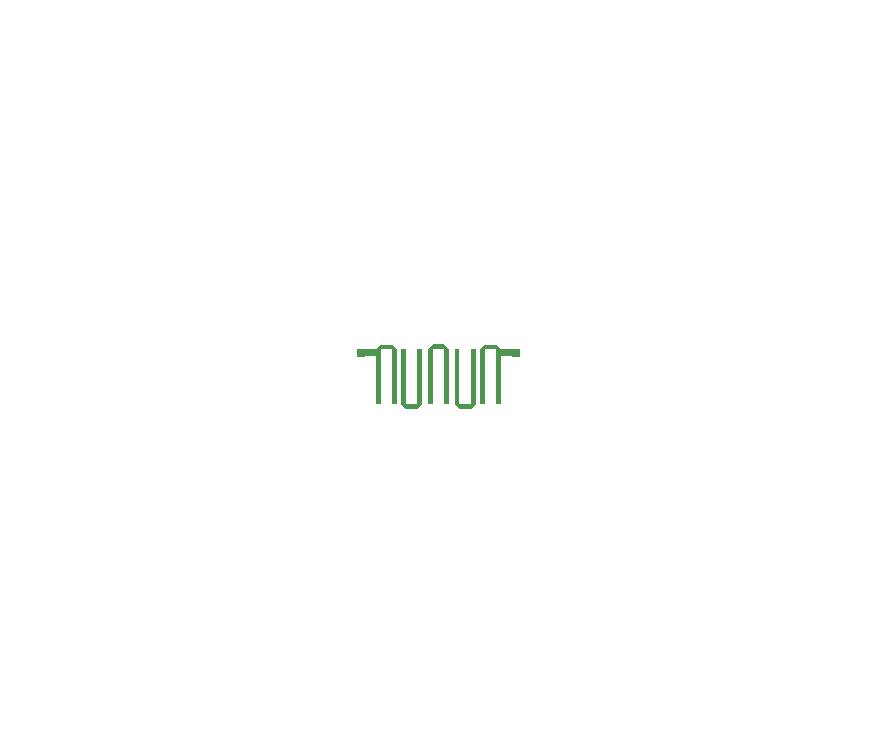
<source format=gbr>
G04 ===== Begin FILE IDENTIFICATION =====*
G04 File Format:  Gerber RS274X*
G04 ===== End FILE IDENTIFICATION =====*
%FSLAX24Y24*%
%MOMM*%
%SFA1.0000B1.0000*%
%OFA0.0B0.0*%
%ADD14R,0.700000X0.700000*%
%LNTOP METAL*%
%IPPOS*%
%LPD*%
G75*
D14*
X284401Y320313D03*
X415599Y320269D03*
G36*
G01X301223Y320313D02*
G01Y323092D01*
G01X297174D01*
G01Y320313D01*
G01X301223D01*
G37*
G36*
G01X301223Y317533D02*
G01Y320313D01*
G01X297174D01*
G01Y317533D01*
G01X301223D01*
G37*
G36*
G01X415599Y323048D02*
G01X402826D01*
G01Y317489D01*
G01X415599D01*
G01Y323048D01*
G37*
G36*
G01X398777Y327097D02*
G01X393956D01*
G01Y323048D01*
G01X398777D01*
G01Y327097D01*
G37*
G36*
G01X393956Y327090D02*
G01X389119D01*
G01Y323055D01*
G01X393956D01*
G01Y327090D01*
G37*
G36*
G01X377494Y276804D02*
G01X372663D01*
G01Y272768D01*
G01X377494D01*
G01Y276804D01*
G37*
G36*
G01X372663Y276804D02*
G01X367833D01*
G01Y272768D01*
G01X372663D01*
G01Y276804D01*
G37*
G36*
G01X354831Y327232D02*
G01X350000D01*
G01Y323196D01*
G01X354831D01*
G01Y327232D01*
G37*
G36*
G01X350000Y327232D02*
G01X345169D01*
G01Y323196D01*
G01X350000D01*
G01Y327232D01*
G37*
G36*
G01X332187Y276823D02*
G01X327356D01*
G01Y272787D01*
G01X332187D01*
G01Y276823D01*
G37*
G36*
G01X327356Y276823D02*
G01X322525D01*
G01Y272787D01*
G01X327356D01*
G01Y276823D01*
G37*
G36*
G01X310875Y327134D02*
G01X306044D01*
G01Y323098D01*
G01X310875D01*
G01Y327134D01*
G37*
G36*
G01X306044Y327140D02*
G01X301223D01*
G01Y323092D01*
G01X306044D01*
G01Y327140D01*
G37*
G36*
G01X297174Y323092D02*
G01X284401D01*
G01Y317533D01*
G01X297174D01*
G01Y323092D01*
G37*
G36*
G01X398777Y320269D02*
G01Y317489D01*
G01X402826D01*
G01Y320269D01*
G01X398777D01*
G37*
G36*
G01X398777Y323048D02*
G01Y320269D01*
G01X402826D01*
G01Y323048D01*
G01X398777D01*
G37*
G36*
G01X322525Y272787D02*
G01X318489Y276823D01*
G01X322525D01*
G01Y272787D01*
G37*
G36*
G01X310875Y327134D02*
G01X314910Y323098D01*
G01X310875D01*
G01Y327134D01*
G37*
G36*
G01X297174Y323092D02*
G01X301223Y327140D01*
G01Y323092D01*
G01X297174D01*
G37*
G36*
G01X381505Y276792D02*
G01X377494Y272781D01*
G01Y276792D01*
G01X381505D01*
G37*
G36*
G01X336204Y276813D02*
G01X332187Y272796D01*
G01Y276813D01*
G01X336204D01*
G37*
G36*
G01X385109Y323067D02*
G01X389119Y327078D01*
G01Y323067D01*
G01X385109D01*
G37*
G36*
G01X341152Y323205D02*
G01X345169Y327222D01*
G01Y323205D01*
G01X341152D01*
G37*
G36*
G01X398777Y327097D02*
G01X402826Y323048D01*
G01X398777D01*
G01Y327097D01*
G37*
G36*
G01X354831Y327232D02*
G01X358867Y323196D01*
G01X354831D01*
G01Y327232D01*
G37*
G36*
G01X367833Y272768D02*
G01X363797Y276804D01*
G01X367833D01*
G01Y272768D01*
G37*
G36*
G01X377494Y323067D02*
G01Y276792D01*
G01X381505D01*
G01Y323067D01*
G01X377494D01*
G37*
G36*
G01X385109Y323067D02*
G01Y276792D01*
G01X389119D01*
G01Y323067D01*
G01X385109D01*
G37*
G36*
G01X354840Y323196D02*
G01Y276804D01*
G01X358858D01*
G01Y323196D01*
G01X354840D01*
G37*
G36*
G01X363806Y323196D02*
G01Y276804D01*
G01X367823D01*
G01Y323196D01*
G01X363806D01*
G37*
G36*
G01X332187Y323205D02*
G01Y276813D01*
G01X336204D01*
G01Y323205D01*
G01X332187D01*
G37*
G36*
G01X341152Y323205D02*
G01Y276813D01*
G01X345169D01*
G01Y323205D01*
G01X341152D01*
G37*
G36*
G01X310887Y323098D02*
G01Y276823D01*
G01X314898D01*
G01Y323098D01*
G01X310887D01*
G37*
G36*
G01X318501Y323098D02*
G01Y276823D01*
G01X322512D01*
G01Y323098D01*
G01X318501D01*
G37*
G36*
G01X398777Y317489D02*
G01Y276877D01*
G01X402826D01*
G01Y317489D01*
G01X398777D01*
G37*
G36*
G01X297174Y317533D02*
G01Y276921D01*
G01X301223D01*
G01Y317533D01*
G01X297174D01*
G37*
M02*

G04 ===== Begin FILE IDENTIFICATION =====*
G04 File Format:  Gerber RS274X*
G04 ===== End FILE IDENTIFICATION =====*
%FSLAX24Y24*%
%MOMM*%
%SFA1.0000B1.0000*%
%OFA0.0B0.0*%
%ADD14R,0.700000X0.700000*%
%LNTOP MASK*%
%IPPOS*%
%LPD*%
G75*
D14*
X284401Y320313D03*
X415599Y320269D03*
M02*

G04 ===== Begin FILE IDENTIFICATION =====*
G04 File Format:  Gerber RS274X*
G04 ===== End FILE IDENTIFICATION =====*
%FSLAX24Y24*%
%MOMM*%
%SFA1.0000B1.0000*%
%OFA0.0B0.0*%
%ADD10C,0.000100*%
%LN__INFO__*%
%IPPOS*%
%LPD*%
G75*
G36*
G01X0Y600000D02*
G01X700000D01*
G01Y1D01*
G01X1D01*
G01Y600000D01*
G01X-1D01*
G01Y-1D01*
G01X700000D01*
G01Y600000D01*
G01X0D01*
G01Y600000D01*
G37*
G36*
G01X282894Y320992D02*
G01X282852Y320978D01*
G01X282809Y320975D01*
G01X282765Y320983D01*
G01X282726Y321002D01*
G01X282693Y321031D01*
G01X282668Y321067D01*
G01X282654Y321109D01*
G01X282651Y321153D01*
G01X282659Y321196D01*
G01X282678Y321235D01*
G01X282707Y321268D01*
G01X282743Y321293D01*
G01X283119Y321481D01*
G01X283161Y321495D01*
G01X283205Y321498D01*
G01X283248Y321490D01*
G01X283287Y321471D01*
G01X283320Y321442D01*
G01X283345Y321406D01*
G01X283359Y321364D01*
G01X283362Y321320D01*
G01X283354Y321277D01*
G01X283335Y321238D01*
G01X283306Y321205D01*
G01X283270Y321180D01*
G01X282894Y320992D01*
G37*
G36*
G01X283313Y321212D02*
G01X283279Y321185D01*
G01X283238Y321168D01*
G01X283195Y321163D01*
G01X283151Y321168D01*
G01X283111Y321185D01*
G01X283076Y321212D01*
G01X283049Y321247D01*
G01X283032Y321287D01*
G01X283027Y321331D01*
G01X283032Y321374D01*
G01X283049Y321415D01*
G01X283076Y321449D01*
G01X283640Y322013D01*
G01X283675Y322040D01*
G01X283715Y322057D01*
G01X283759Y322063D01*
G01X283802Y322057D01*
G01X283843Y322040D01*
G01X283877Y322013D01*
G01X283904Y321979D01*
G01X283921Y321938D01*
G01X283927Y321895D01*
G01X283921Y321851D01*
G01X283904Y321811D01*
G01X283877Y321776D01*
G01X283313Y321212D01*
G37*
G36*
G01X283591Y321895D02*
G01X283596Y321938D01*
G01X283613Y321979D01*
G01X283640Y322013D01*
G01X283675Y322040D01*
G01X283715Y322057D01*
G01X283759Y322063D01*
G01X283802Y322057D01*
G01X283843Y322040D01*
G01X283877Y322013D01*
G01X283904Y321979D01*
G01X283921Y321938D01*
G01X283927Y321895D01*
G01Y317947D01*
G01X283921Y317903D01*
G01X283904Y317863D01*
G01X283877Y317828D01*
G01X283843Y317801D01*
G01X283802Y317784D01*
G01X283759Y317779D01*
G01X283715Y317784D01*
G01X283675Y317801D01*
G01X283640Y317828D01*
G01X283613Y317863D01*
G01X283596Y317903D01*
G01X283591Y317947D01*
G01Y321895D01*
G37*
G36*
G01X414373Y320911D02*
G01X414368Y320867D01*
G01X414351Y320827D01*
G01X414324Y320792D01*
G01X414289Y320765D01*
G01X414249Y320749D01*
G01X414205Y320743D01*
G01X414162Y320749D01*
G01X414121Y320765D01*
G01X414087Y320792D01*
G01X414060Y320827D01*
G01X414043Y320867D01*
G01X414037Y320911D01*
G01Y321099D01*
G01X414043Y321142D01*
G01X414060Y321183D01*
G01X414087Y321218D01*
G01X414121Y321244D01*
G01X414162Y321261D01*
G01X414205Y321267D01*
G01X414249Y321261D01*
G01X414289Y321244D01*
G01X414324Y321218D01*
G01X414351Y321183D01*
G01X414368Y321142D01*
G01X414373Y321099D01*
G01Y320911D01*
G37*
G36*
G01X414356Y321024D02*
G01X414331Y320987D01*
G01X414298Y320959D01*
G01X414259Y320939D01*
G01X414216Y320931D01*
G01X414172Y320934D01*
G01X414130Y320949D01*
G01X414094Y320973D01*
G01X414065Y321006D01*
G01X414046Y321046D01*
G01X414038Y321089D01*
G01X414041Y321132D01*
G01X414055Y321174D01*
G01X414243Y321550D01*
G01X414268Y321586D01*
G01X414301Y321615D01*
G01X414340Y321634D01*
G01X414383Y321643D01*
G01X414427Y321639D01*
G01X414469Y321625D01*
G01X414505Y321601D01*
G01X414534Y321567D01*
G01X414553Y321528D01*
G01X414561Y321485D01*
G01X414558Y321441D01*
G01X414544Y321400D01*
G01X414356Y321024D01*
G37*
G36*
G01X414512Y321356D02*
G01X414477Y321329D01*
G01X414437Y321313D01*
G01X414393Y321307D01*
G01X414350Y321313D01*
G01X414309Y321329D01*
G01X414275Y321356D01*
G01X414248Y321391D01*
G01X414231Y321431D01*
G01X414225Y321475D01*
G01X414231Y321518D01*
G01X414248Y321559D01*
G01X414275Y321594D01*
G01X414463Y321782D01*
G01X414497Y321808D01*
G01X414538Y321825D01*
G01X414581Y321831D01*
G01X414625Y321825D01*
G01X414665Y321808D01*
G01X414700Y321782D01*
G01X414727Y321747D01*
G01X414744Y321706D01*
G01X414749Y321663D01*
G01X414744Y321619D01*
G01X414727Y321579D01*
G01X414700Y321544D01*
G01X414512Y321356D01*
G37*
G36*
G01X414657Y321513D02*
G01X414615Y321498D01*
G01X414571Y321495D01*
G01X414528Y321503D01*
G01X414489Y321523D01*
G01X414456Y321551D01*
G01X414431Y321588D01*
G01X414417Y321629D01*
G01X414414Y321673D01*
G01X414422Y321716D01*
G01X414441Y321755D01*
G01X414470Y321789D01*
G01X414506Y321813D01*
G01X414882Y322001D01*
G01X414924Y322015D01*
G01X414968Y322019D01*
G01X415011Y322010D01*
G01X415050Y321991D01*
G01X415083Y321962D01*
G01X415108Y321926D01*
G01X415122Y321884D01*
G01X415125Y321841D01*
G01X415117Y321798D01*
G01X415098Y321758D01*
G01X415069Y321725D01*
G01X415033Y321701D01*
G01X414657Y321513D01*
G37*
G36*
G01X414957Y321683D02*
G01X414914Y321689D01*
G01X414873Y321705D01*
G01X414839Y321732D01*
G01X414812Y321767D01*
G01X414795Y321807D01*
G01X414789Y321851D01*
G01X414795Y321894D01*
G01X414812Y321935D01*
G01X414839Y321970D01*
G01X414873Y321996D01*
G01X414914Y322013D01*
G01X414957Y322019D01*
G01X415709D01*
G01X415753Y322013D01*
G01X415793Y321996D01*
G01X415828Y321970D01*
G01X415855Y321935D01*
G01X415872Y321894D01*
G01X415877Y321851D01*
G01X415872Y321807D01*
G01X415855Y321767D01*
G01X415828Y321732D01*
G01X415793Y321705D01*
G01X415753Y321689D01*
G01X415709Y321683D01*
G01X414957D01*
G37*
G36*
G01X415634Y321701D02*
G01X415598Y321725D01*
G01X415569Y321758D01*
G01X415550Y321798D01*
G01X415542Y321841D01*
G01X415545Y321884D01*
G01X415559Y321926D01*
G01X415584Y321962D01*
G01X415617Y321991D01*
G01X415656Y322010D01*
G01X415699Y322019D01*
G01X415743Y322015D01*
G01X415785Y322001D01*
G01X416161Y321813D01*
G01X416197Y321789D01*
G01X416226Y321755D01*
G01X416245Y321716D01*
G01X416253Y321673D01*
G01X416250Y321629D01*
G01X416236Y321588D01*
G01X416211Y321551D01*
G01X416178Y321523D01*
G01X416139Y321503D01*
G01X416096Y321495D01*
G01X416052Y321498D01*
G01X416010Y321513D01*
G01X415634Y321701D01*
G37*
G36*
G01X415967Y321544D02*
G01X415940Y321579D01*
G01X415923Y321619D01*
G01X415917Y321663D01*
G01X415923Y321706D01*
G01X415940Y321747D01*
G01X415967Y321782D01*
G01X416001Y321808D01*
G01X416042Y321825D01*
G01X416085Y321831D01*
G01X416129Y321825D01*
G01X416169Y321808D01*
G01X416204Y321782D01*
G01X416392Y321594D01*
G01X416419Y321559D01*
G01X416436Y321518D01*
G01X416441Y321475D01*
G01X416436Y321431D01*
G01X416419Y321391D01*
G01X416392Y321356D01*
G01X416357Y321329D01*
G01X416317Y321313D01*
G01X416273Y321307D01*
G01X416230Y321313D01*
G01X416189Y321329D01*
G01X416155Y321356D01*
G01X415967Y321544D01*
G37*
G36*
G01X416123Y321400D02*
G01X416109Y321441D01*
G01X416106Y321485D01*
G01X416114Y321528D01*
G01X416133Y321567D01*
G01X416162Y321601D01*
G01X416198Y321625D01*
G01X416240Y321639D01*
G01X416284Y321643D01*
G01X416327Y321634D01*
G01X416366Y321615D01*
G01X416399Y321586D01*
G01X416424Y321550D01*
G01X416612Y321174D01*
G01X416626Y321132D01*
G01X416629Y321089D01*
G01X416621Y321046D01*
G01X416602Y321006D01*
G01X416573Y320973D01*
G01X416537Y320949D01*
G01X416495Y320934D01*
G01X416451Y320931D01*
G01X416408Y320939D01*
G01X416369Y320959D01*
G01X416336Y320987D01*
G01X416311Y321024D01*
G01X416123Y321400D01*
G37*
G36*
G01X416293Y321099D02*
G01X416299Y321142D01*
G01X416316Y321183D01*
G01X416343Y321218D01*
G01X416377Y321244D01*
G01X416418Y321261D01*
G01X416461Y321267D01*
G01X416505Y321261D01*
G01X416545Y321244D01*
G01X416580Y321218D01*
G01X416607Y321183D01*
G01X416624Y321142D01*
G01X416629Y321099D01*
G01Y320723D01*
G01X416624Y320679D01*
G01X416607Y320639D01*
G01X416580Y320604D01*
G01X416545Y320577D01*
G01X416505Y320561D01*
G01X416461Y320555D01*
G01X416418Y320561D01*
G01X416377Y320577D01*
G01X416343Y320604D01*
G01X416316Y320639D01*
G01X416299Y320679D01*
G01X416293Y320723D01*
G01Y321099D01*
G37*
G36*
G01X416311Y320798D02*
G01X416336Y320834D01*
G01X416369Y320863D01*
G01X416408Y320882D01*
G01X416451Y320891D01*
G01X416495Y320887D01*
G01X416537Y320873D01*
G01X416573Y320849D01*
G01X416602Y320815D01*
G01X416621Y320776D01*
G01X416629Y320733D01*
G01X416626Y320689D01*
G01X416612Y320648D01*
G01X416424Y320272D01*
G01X416399Y320235D01*
G01X416366Y320207D01*
G01X416327Y320187D01*
G01X416284Y320179D01*
G01X416240Y320182D01*
G01X416198Y320197D01*
G01X416162Y320221D01*
G01X416133Y320254D01*
G01X416114Y320294D01*
G01X416106Y320337D01*
G01X416109Y320380D01*
G01X416123Y320422D01*
G01X416311Y320798D01*
G37*
G36*
G01X416134Y320440D02*
G01X416163Y320473D01*
G01X416199Y320497D01*
G01X416240Y320512D01*
G01X416284Y320514D01*
G01X416327Y320506D01*
G01X416367Y320487D01*
G01X416400Y320458D01*
G01X416424Y320421D01*
G01X416438Y320380D01*
G01X416441Y320336D01*
G01X416433Y320293D01*
G01X416413Y320254D01*
G01X416037Y319690D01*
G01X416008Y319657D01*
G01X415972Y319632D01*
G01X415930Y319618D01*
G01X415887Y319615D01*
G01X415844Y319624D01*
G01X415804Y319643D01*
G01X415771Y319672D01*
G01X415747Y319708D01*
G01X415733Y319750D01*
G01X415730Y319794D01*
G01X415738Y319837D01*
G01X415758Y319876D01*
G01X416134Y320440D01*
G37*
G36*
G01X415779Y319902D02*
G01X415813Y319928D01*
G01X415854Y319945D01*
G01X415897Y319951D01*
G01X415941Y319945D01*
G01X415981Y319928D01*
G01X416016Y319902D01*
G01X416043Y319867D01*
G01X416060Y319826D01*
G01X416065Y319783D01*
G01X416060Y319739D01*
G01X416043Y319699D01*
G01X416016Y319664D01*
G01X414136Y317784D01*
G01X414101Y317757D01*
G01X414061Y317741D01*
G01X414017Y317735D01*
G01X413974Y317741D01*
G01X413933Y317757D01*
G01X413899Y317784D01*
G01X413872Y317819D01*
G01X413855Y317859D01*
G01X413849Y317903D01*
G01X413855Y317946D01*
G01X413872Y317987D01*
G01X413899Y318022D01*
G01X415779Y319902D01*
G37*
G36*
G01X414017Y317735D02*
G01X413974Y317741D01*
G01X413933Y317757D01*
G01X413899Y317784D01*
G01X413872Y317819D01*
G01X413855Y317859D01*
G01X413849Y317903D01*
G01X413855Y317946D01*
G01X413872Y317987D01*
G01X413899Y318022D01*
G01X413933Y318048D01*
G01X413974Y318065D01*
G01X414017Y318071D01*
G01X416649D01*
G01X416693Y318065D01*
G01X416733Y318048D01*
G01X416768Y318022D01*
G01X416795Y317987D01*
G01X416812Y317946D01*
G01X416817Y317903D01*
G01X416812Y317859D01*
G01X416795Y317819D01*
G01X416768Y317784D01*
G01X416733Y317757D01*
G01X416693Y317741D01*
G01X416649Y317735D01*
G01X414017D01*
G37*
M02*


</source>
